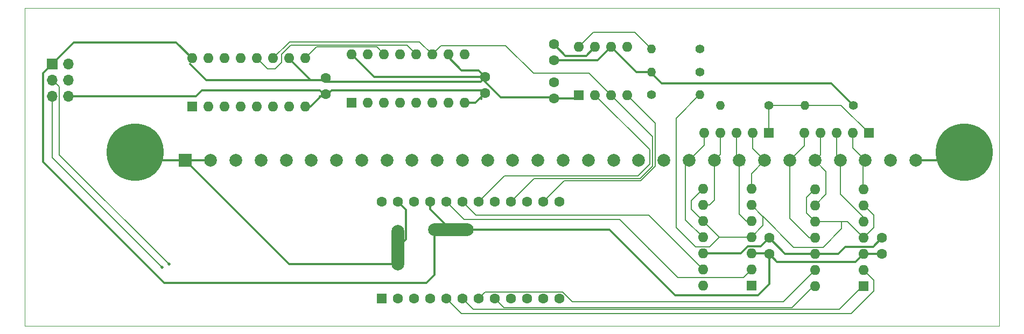
<source format=gbr>
G04 #@! TF.GenerationSoftware,KiCad,Pcbnew,(5.99.0-2620-gc6e388db1)*
G04 #@! TF.CreationDate,2020-10-01T22:16:18+03:00*
G04 #@! TF.ProjectId,TH-XWhatsIt-F,54482d58-5768-4617-9473-49742d462e6b,0.0.3*
G04 #@! TF.SameCoordinates,Original*
G04 #@! TF.FileFunction,Copper,L1,Top*
G04 #@! TF.FilePolarity,Positive*
%FSLAX46Y46*%
G04 Gerber Fmt 4.6, Leading zero omitted, Abs format (unit mm)*
G04 Created by KiCad (PCBNEW (5.99.0-2620-gc6e388db1)) date 2020-10-01 22:16:18*
%MOMM*%
%LPD*%
G01*
G04 APERTURE LIST*
G04 #@! TA.AperFunction,Profile*
%ADD10C,0.050000*%
G04 #@! TD*
G04 #@! TA.AperFunction,ComponentPad*
%ADD11R,1.600000X1.600000*%
G04 #@! TD*
G04 #@! TA.AperFunction,ComponentPad*
%ADD12O,1.600000X1.600000*%
G04 #@! TD*
G04 #@! TA.AperFunction,ComponentPad*
%ADD13C,1.600000*%
G04 #@! TD*
G04 #@! TA.AperFunction,ComponentPad*
%ADD14C,1.400000*%
G04 #@! TD*
G04 #@! TA.AperFunction,ComponentPad*
%ADD15O,1.400000X1.400000*%
G04 #@! TD*
G04 #@! TA.AperFunction,ComponentPad*
%ADD16R,1.700000X1.700000*%
G04 #@! TD*
G04 #@! TA.AperFunction,ComponentPad*
%ADD17O,1.700000X1.700000*%
G04 #@! TD*
G04 #@! TA.AperFunction,ComponentPad*
%ADD18R,2.000000X2.000000*%
G04 #@! TD*
G04 #@! TA.AperFunction,ComponentPad*
%ADD19C,2.000000*%
G04 #@! TD*
G04 #@! TA.AperFunction,ComponentPad*
%ADD20C,9.000000*%
G04 #@! TD*
G04 #@! TA.AperFunction,ViaPad*
%ADD21C,0.508000*%
G04 #@! TD*
G04 #@! TA.AperFunction,Conductor*
%ADD22C,0.152400*%
G04 #@! TD*
G04 #@! TA.AperFunction,Conductor*
%ADD23C,0.304800*%
G04 #@! TD*
G04 APERTURE END LIST*
D10*
X39166800Y-128676400D02*
X192481200Y-128676400D01*
X192481200Y-128676400D02*
X192481200Y-178714400D01*
X192481200Y-178714400D02*
X39166800Y-178714400D01*
X39166800Y-178714400D02*
X39166800Y-128676400D01*
G36*
X108813600Y-164576000D02*
G01*
X103613600Y-164576000D01*
X103613600Y-162576000D01*
X108813600Y-162576000D01*
X108813600Y-164576000D01*
G37*
G36*
X98879680Y-168983492D02*
G01*
X96879680Y-168983492D01*
X96879680Y-163783492D01*
X98879680Y-163783492D01*
X98879680Y-168983492D01*
G37*
D11*
X90605345Y-143573752D03*
D12*
X93145345Y-143573752D03*
X95685345Y-143573752D03*
X98225345Y-143573752D03*
X100765345Y-143573752D03*
X103305345Y-143573752D03*
X105845345Y-143573752D03*
X108385345Y-143573752D03*
X108385345Y-135953752D03*
X105845345Y-135953752D03*
X103305345Y-135953752D03*
X100765345Y-135953752D03*
X98225345Y-135953752D03*
X95685345Y-135953752D03*
X93145345Y-135953752D03*
X90605345Y-135953752D03*
D11*
X95342218Y-174410593D03*
D13*
X97882218Y-174410593D03*
X100422218Y-174410593D03*
X102962218Y-174410593D03*
X105502218Y-174410593D03*
X108042218Y-174410593D03*
X110582218Y-174410593D03*
X113122218Y-174410593D03*
X115662218Y-174410593D03*
X118202218Y-174410593D03*
X120742218Y-174410593D03*
X123282218Y-174410593D03*
X123282218Y-159170593D03*
X120742218Y-159170593D03*
X118202218Y-159170593D03*
X115662218Y-159170593D03*
X113122218Y-159170593D03*
X110582218Y-159170593D03*
X108042218Y-159170593D03*
X105502218Y-159170593D03*
X102962218Y-159170593D03*
X100422218Y-159170593D03*
X97882218Y-159170593D03*
X95342218Y-159170593D03*
D14*
X145389600Y-138722100D03*
D15*
X137769600Y-138722100D03*
D11*
X153466800Y-172363852D03*
D12*
X153466800Y-169823852D03*
X153466800Y-167283852D03*
X153466800Y-164743852D03*
X153466800Y-162203852D03*
X153466800Y-159663852D03*
X153466800Y-157123852D03*
X145846800Y-157123852D03*
X145846800Y-159663852D03*
X145846800Y-162203852D03*
X145846800Y-164743852D03*
X145846800Y-167283852D03*
X145846800Y-169823852D03*
X145846800Y-172363852D03*
D11*
X126342622Y-142408158D03*
D12*
X128882622Y-142408158D03*
X131422622Y-142408158D03*
X133962622Y-142408158D03*
X133962622Y-134788158D03*
X131422622Y-134788158D03*
X128882622Y-134788158D03*
X126342622Y-134788158D03*
D13*
X122425942Y-134391918D03*
X122425942Y-136891918D03*
D14*
X145389600Y-135153400D03*
D15*
X137769600Y-135153400D03*
D16*
X43547096Y-137461035D03*
D17*
X46087096Y-137461035D03*
X43547096Y-140001035D03*
X46087096Y-140001035D03*
X43547096Y-142541035D03*
X46087096Y-142541035D03*
D14*
X137769600Y-142290800D03*
D15*
X145389600Y-142290800D03*
D11*
X65545393Y-144197120D03*
D12*
X68085393Y-144197120D03*
X70625393Y-144197120D03*
X73165393Y-144197120D03*
X75705393Y-144197120D03*
X78245393Y-144197120D03*
X80785393Y-144197120D03*
X83325393Y-144197120D03*
X83325393Y-136577120D03*
X80785393Y-136577120D03*
X78245393Y-136577120D03*
X75705393Y-136577120D03*
X73165393Y-136577120D03*
X70625393Y-136577120D03*
X68085393Y-136577120D03*
X65545393Y-136577120D03*
D13*
X86496181Y-142219443D03*
X86496181Y-139719443D03*
X111620765Y-142023499D03*
X111620765Y-139523499D03*
X122390382Y-140386318D03*
X122390382Y-142886318D03*
D14*
X156210000Y-144018000D03*
D15*
X148590000Y-144018000D03*
D18*
X64469520Y-152669240D03*
D19*
X68429520Y-152669240D03*
X72389520Y-152669240D03*
X76349520Y-152669240D03*
X80309520Y-152669240D03*
X84269520Y-152669240D03*
X88229520Y-152669240D03*
X92189520Y-152669240D03*
X96149520Y-152669240D03*
X100109520Y-152669240D03*
X104069520Y-152669240D03*
X108029520Y-152669240D03*
X111989520Y-152669240D03*
X115949520Y-152669240D03*
X119909520Y-152669240D03*
X123869520Y-152669240D03*
X127829520Y-152669240D03*
X131789520Y-152669240D03*
X135749520Y-152669240D03*
X139709520Y-152669240D03*
X143669520Y-152669240D03*
X147629520Y-152669240D03*
X151589520Y-152669240D03*
X155549520Y-152669240D03*
X159509520Y-152669240D03*
X163469520Y-152669240D03*
X167429520Y-152669240D03*
X171389520Y-152669240D03*
X175349520Y-152669240D03*
X179309520Y-152669240D03*
D11*
X171958000Y-148336000D03*
D12*
X169418000Y-148336000D03*
X166878000Y-148336000D03*
X164338000Y-148336000D03*
X161798000Y-148336000D03*
D11*
X171082026Y-172448026D03*
D12*
X171082026Y-169908026D03*
X171082026Y-167368026D03*
X171082026Y-164828026D03*
X171082026Y-162288026D03*
X171082026Y-159748026D03*
X171082026Y-157208026D03*
X163462026Y-157208026D03*
X163462026Y-159748026D03*
X163462026Y-162288026D03*
X163462026Y-164828026D03*
X163462026Y-167368026D03*
X163462026Y-169908026D03*
X163462026Y-172448026D03*
D11*
X156210000Y-148285200D03*
D12*
X153670000Y-148285200D03*
X151130000Y-148285200D03*
X148590000Y-148285200D03*
X146050000Y-148285200D03*
D13*
X156267688Y-164870242D03*
X156267688Y-167370242D03*
D14*
X169468800Y-143967200D03*
D15*
X161848800Y-143967200D03*
D13*
X173990000Y-164870421D03*
X173990000Y-167370421D03*
D19*
X103613600Y-163576000D03*
X106213600Y-163576000D03*
X108813600Y-163576000D03*
D20*
X186944000Y-151384000D03*
X56591200Y-151333200D03*
D19*
X97879680Y-163783492D03*
X97879680Y-166383492D03*
X97879680Y-168983492D03*
D21*
X60807600Y-169468800D03*
X61874400Y-169011600D03*
D22*
X128644380Y-132486400D02*
X135171064Y-132486400D01*
X126342622Y-134788158D02*
X128644380Y-132486400D01*
X135171064Y-132486400D02*
X137853822Y-135169158D01*
X137464800Y-153238934D02*
X135611334Y-155092400D01*
X128882622Y-142408158D02*
X137464800Y-150990336D01*
X114660411Y-155092400D02*
X110582218Y-159170593D01*
X137464800Y-150990336D02*
X137464800Y-153238934D01*
X135611334Y-155092400D02*
X114660411Y-155092400D01*
D23*
X102962218Y-160324618D02*
X102962218Y-159170593D01*
X106213600Y-163576000D02*
X102962218Y-160324618D01*
D22*
X167640000Y-162306000D02*
X168560000Y-162306000D01*
X167640000Y-163423600D02*
X167640000Y-162306000D01*
X144018000Y-158952652D02*
X144018000Y-160375052D01*
X163400000Y-157200000D02*
X162100000Y-158500000D01*
X162100000Y-158500000D02*
X162100000Y-160926000D01*
X163474400Y-162306000D02*
X167640000Y-162306000D01*
X153466800Y-164743852D02*
X148387348Y-164743852D01*
X146875949Y-166255251D02*
X148387348Y-164743852D01*
X172700000Y-161300000D02*
X171100000Y-159700000D01*
X155295600Y-162763200D02*
X155295600Y-162915052D01*
X148387348Y-164743852D02*
X148386800Y-164743852D01*
X171082026Y-164828026D02*
X172700000Y-163210052D01*
X155244800Y-161442400D02*
X160121600Y-166319200D01*
X168560000Y-162306000D02*
X171082026Y-164828026D01*
X155295600Y-161492652D02*
X155295600Y-162763200D01*
X160121600Y-166319200D02*
X164744400Y-166319200D01*
X144665251Y-166255251D02*
X146875949Y-166255251D01*
X153466800Y-159663852D02*
X155295600Y-161492652D01*
X162100000Y-160926000D02*
X163462026Y-162288026D01*
X141630400Y-145999200D02*
X141630400Y-163220400D01*
X148386800Y-164743852D02*
X145846800Y-162203852D01*
X155295600Y-162915052D02*
X153466800Y-164743852D01*
X144018000Y-160375052D02*
X145846800Y-162203852D01*
X145364200Y-142265400D02*
X141630400Y-145999200D01*
X172700000Y-163210052D02*
X172700000Y-161300000D01*
X141630400Y-163220400D02*
X144665251Y-166255251D01*
X145846800Y-157123852D02*
X144018000Y-158952652D01*
X164744400Y-166319200D02*
X167640000Y-163423600D01*
X85102513Y-134800000D02*
X83325393Y-136577120D01*
X94531593Y-134800000D02*
X85102513Y-134800000D01*
X95685345Y-135953752D02*
X94531593Y-134800000D01*
X143103600Y-153235160D02*
X143669520Y-152669240D01*
X145846800Y-164743852D02*
X143103600Y-162000652D01*
X143103600Y-162000652D02*
X143103600Y-153235160D01*
X146050000Y-148285200D02*
X146050000Y-150288760D01*
X146050000Y-150288760D02*
X143669520Y-152669240D01*
X152653452Y-162203852D02*
X151536400Y-161086800D01*
X153466800Y-162203852D02*
X152653452Y-162203852D01*
X151589520Y-152669240D02*
X152336599Y-153416319D01*
X151130000Y-152209720D02*
X151589520Y-152669240D01*
X151130000Y-148285200D02*
X151130000Y-152209720D01*
X151536400Y-161086800D02*
X151536400Y-152722360D01*
X151536400Y-152722360D02*
X151589520Y-152669240D01*
X146863348Y-159663852D02*
X147629520Y-158897680D01*
X148590000Y-151708760D02*
X147629520Y-152669240D01*
X148590000Y-148285200D02*
X148590000Y-151708760D01*
X145846800Y-159663852D02*
X146863348Y-159663852D01*
X147629520Y-158897680D02*
X147629520Y-152669240D01*
X147523200Y-152775560D02*
X147629520Y-152669240D01*
X153466800Y-157123852D02*
X153466800Y-154751960D01*
X153466800Y-154751960D02*
X155549520Y-152669240D01*
X153670000Y-150789720D02*
X155549520Y-152669240D01*
X153670000Y-148285200D02*
X153670000Y-150789720D01*
X159509520Y-161795520D02*
X159509520Y-152669240D01*
X161798000Y-148336000D02*
X161798000Y-150380760D01*
X163462026Y-164828026D02*
X162542026Y-164828026D01*
X161798000Y-150380760D02*
X159509520Y-152669240D01*
X162542026Y-164828026D02*
X159509520Y-161795520D01*
X164338000Y-148336000D02*
X164338000Y-151800760D01*
X164338000Y-151800760D02*
X163469520Y-152669240D01*
X165201600Y-154401320D02*
X163469520Y-152669240D01*
X165201600Y-158008452D02*
X165201600Y-154401320D01*
X163462026Y-159748026D02*
X165201600Y-158008452D01*
X166878000Y-152117720D02*
X167429520Y-152669240D01*
X171082026Y-161633226D02*
X167429520Y-157980720D01*
X167858440Y-152669240D02*
X167429520Y-152669240D01*
X171082026Y-162288026D02*
X171082026Y-161633226D01*
X166878000Y-148336000D02*
X166878000Y-152117720D01*
X167429520Y-157980720D02*
X167429520Y-152669240D01*
X171082026Y-157208026D02*
X171043600Y-157169600D01*
X169418000Y-148336000D02*
X169418000Y-150697720D01*
X171043600Y-157169600D02*
X171043600Y-153015160D01*
X169418000Y-150697720D02*
X171389520Y-152669240D01*
X171043600Y-153015160D02*
X171389520Y-152669240D01*
X110171625Y-161300000D02*
X108042218Y-159170593D01*
X137322948Y-161300000D02*
X110171625Y-161300000D01*
X145846800Y-169823852D02*
X137322948Y-161300000D01*
X132790000Y-162000000D02*
X108331625Y-162000000D01*
X137363200Y-166573200D02*
X137261600Y-166471600D01*
X141884400Y-171094400D02*
X137261600Y-166471600D01*
X108331625Y-162000000D02*
X105502218Y-159170593D01*
X153466800Y-169823852D02*
X152196252Y-171094400D01*
X137261600Y-166471600D02*
X132790000Y-162000000D01*
X152196252Y-171094400D02*
X141884400Y-171094400D01*
X123775947Y-173381992D02*
X125298355Y-174904400D01*
X110582218Y-174410593D02*
X111610819Y-173381992D01*
X125298355Y-174904400D02*
X158470000Y-174904400D01*
X158470000Y-174904400D02*
X163474400Y-169900000D01*
X111610819Y-173381992D02*
X123775947Y-173381992D01*
X163400000Y-172300000D02*
X159881200Y-175818800D01*
X114530425Y-175818800D02*
X113122218Y-174410593D01*
X159881200Y-175818800D02*
X114530425Y-175818800D01*
X107875625Y-176784000D02*
X105502218Y-174410593D01*
X169164000Y-176784000D02*
X107875625Y-176784000D01*
X172720000Y-171546000D02*
X172720000Y-173228000D01*
X171082026Y-169908026D02*
X172720000Y-171546000D01*
X172720000Y-173228000D02*
X169164000Y-176784000D01*
X167276389Y-176123611D02*
X109755236Y-176123611D01*
X171100000Y-172300000D02*
X167276389Y-176123611D01*
X109755236Y-176123611D02*
X108042218Y-174410593D01*
X138328409Y-146773945D02*
X133962622Y-142408158D01*
X138328409Y-153593058D02*
X138328409Y-146773945D01*
X124058400Y-155854411D02*
X136067056Y-155854411D01*
X136067056Y-155854411D02*
X138328409Y-153593058D01*
X120742218Y-159170593D02*
X124058400Y-155854411D01*
X79552800Y-135991600D02*
X81049211Y-134495189D01*
X77355073Y-138226800D02*
X78587600Y-138226800D01*
X75705393Y-136577120D02*
X77355073Y-138226800D01*
X78587600Y-138226800D02*
X79552800Y-137261600D01*
X81049211Y-134495189D02*
X99306782Y-134495189D01*
X99306782Y-134495189D02*
X100765345Y-135953752D01*
X79552800Y-137261600D02*
X79552800Y-135991600D01*
X43547096Y-152208296D02*
X43547096Y-142541035D01*
X60807600Y-169468800D02*
X43547096Y-152208296D01*
X44625697Y-151762897D02*
X44625697Y-141079636D01*
X61874400Y-169011600D02*
X44625697Y-151762897D01*
X44625697Y-141079636D02*
X43547096Y-140001035D01*
D23*
X85577680Y-142549880D02*
X86537800Y-142549880D01*
X55505789Y-142549880D02*
X55885080Y-142549880D01*
X86537800Y-142549880D02*
X85618320Y-141630400D01*
X111227666Y-141630400D02*
X87457280Y-141630400D01*
X84138720Y-144197120D02*
X86116397Y-142219443D01*
X110974532Y-143027400D02*
X110974532Y-142669732D01*
X86116397Y-142219443D02*
X86496181Y-142219443D01*
X111620765Y-142023499D02*
X111227666Y-141630400D01*
X111620765Y-142023499D02*
X110070512Y-143573752D01*
X110974532Y-142669732D02*
X111620765Y-142023499D01*
X46087096Y-142541035D02*
X55557513Y-142541035D01*
X55557513Y-142541035D02*
X55566358Y-142549880D01*
X66136520Y-142549880D02*
X65465960Y-142549880D01*
X110070512Y-143573752D02*
X108385345Y-143573752D01*
X83325393Y-144197120D02*
X84138720Y-144197120D01*
X55566358Y-142549880D02*
X55885080Y-142549880D01*
X67056000Y-141630400D02*
X66136520Y-142549880D01*
X87457280Y-141630400D02*
X86537800Y-142549880D01*
X85618320Y-141630400D02*
X67056000Y-141630400D01*
X55885080Y-142549880D02*
X66136520Y-142549880D01*
X127475980Y-136194800D02*
X124228824Y-136194800D01*
X163462026Y-167368026D02*
X158765472Y-167368026D01*
X64469520Y-152669240D02*
X56880760Y-152669240D01*
X128882622Y-134788158D02*
X127475980Y-136194800D01*
X163462026Y-167368026D02*
X163462026Y-167216778D01*
X80783772Y-168983492D02*
X64469520Y-152669240D01*
X185658760Y-152669240D02*
X186944000Y-151384000D01*
X97879680Y-168983492D02*
X80783772Y-168983492D01*
X145846800Y-167283852D02*
X151831694Y-167283852D01*
X56880760Y-152669240D02*
X56642000Y-152908000D01*
X68429520Y-152669240D02*
X64469520Y-152669240D01*
X172597196Y-166263225D02*
X168203975Y-166263225D01*
X179309520Y-152669240D02*
X185658760Y-152669240D01*
X173990000Y-164870421D02*
X172597196Y-166263225D01*
X158765472Y-167368026D02*
X156267688Y-164870242D01*
X154958879Y-166179051D02*
X156267688Y-164870242D01*
X167099174Y-167368026D02*
X163462026Y-167368026D01*
X151831694Y-167283852D02*
X152936495Y-166179051D01*
X152936495Y-166179051D02*
X154958879Y-166179051D01*
X168203975Y-166263225D02*
X167099174Y-167368026D01*
X124228824Y-136194800D02*
X122425942Y-134391918D01*
X97879680Y-166383492D02*
X99184481Y-165078691D01*
X99184481Y-165078691D02*
X99184481Y-160472856D01*
X99184481Y-160472856D02*
X97882218Y-159170593D01*
D22*
X137922000Y-148907536D02*
X131422622Y-142408158D01*
X137922000Y-153568400D02*
X137922000Y-148907536D01*
X114838800Y-134600000D02*
X119176800Y-138938000D01*
X103305345Y-135994655D02*
X103300000Y-136000000D01*
X119176800Y-138938000D02*
X127952464Y-138938000D01*
X80822513Y-134000000D02*
X78245393Y-136577120D01*
X127952464Y-138938000D02*
X131422622Y-142408158D01*
X101300000Y-134000000D02*
X80822513Y-134000000D01*
X104659097Y-134600000D02*
X114838800Y-134600000D01*
X103300000Y-136000000D02*
X101300000Y-134000000D01*
X103305345Y-135953752D02*
X104659097Y-134600000D01*
X115662218Y-159170593D02*
X119283211Y-155549600D01*
X119283211Y-155549600D02*
X135940800Y-155549600D01*
X135940800Y-155549600D02*
X137922000Y-153568400D01*
X103305345Y-135953752D02*
X103305345Y-135994655D01*
X167589200Y-143967200D02*
X161848800Y-143967200D01*
X161848800Y-143967200D02*
X156260800Y-143967200D01*
X171958000Y-148336000D02*
X167589200Y-143967200D01*
X156260800Y-143967200D02*
X156210000Y-144018000D01*
X156210000Y-148285200D02*
X156210000Y-144018000D01*
D23*
X61163200Y-171907200D02*
X42113200Y-152857200D01*
X102362000Y-171907200D02*
X61163200Y-171907200D01*
X42113200Y-152857200D02*
X42113200Y-138894931D01*
X42113200Y-138894931D02*
X43547096Y-137461035D01*
X105845345Y-136430636D02*
X105845345Y-135953752D01*
X103613600Y-163576000D02*
X103613600Y-170655600D01*
X111620765Y-140262126D02*
X114055839Y-142697200D01*
X86537800Y-140049880D02*
X67746240Y-140049880D01*
X114055839Y-142697200D02*
X122201264Y-142697200D01*
X110578066Y-138480800D02*
X107895509Y-138480800D01*
X107895509Y-138480800D02*
X105845345Y-136430636D01*
X86537800Y-140049880D02*
X84169880Y-140049880D01*
X86746720Y-140258800D02*
X110885464Y-140258800D01*
X111620765Y-139523499D02*
X110578066Y-138480800D01*
X46946931Y-134061200D02*
X63029473Y-134061200D01*
X111620765Y-139523499D02*
X111620765Y-140262126D01*
X125864462Y-142886318D02*
X126342622Y-142408158D01*
X94128844Y-139523499D02*
X90605345Y-136000000D01*
X111620765Y-139523499D02*
X94128844Y-139523499D01*
X84169880Y-140049880D02*
X80772000Y-136652000D01*
X103613600Y-170655600D02*
X102362000Y-171907200D01*
X90605345Y-136000000D02*
X90605345Y-135953752D01*
X122201264Y-142697200D02*
X122390382Y-142886318D01*
X43547096Y-137461035D02*
X46946931Y-134061200D01*
X122390382Y-142886318D02*
X125864462Y-142886318D01*
X63029473Y-134061200D02*
X65545393Y-136577120D01*
X110885464Y-140258800D02*
X111620765Y-139523499D01*
X67746240Y-140049880D02*
X65211960Y-137515600D01*
X86537800Y-140049880D02*
X86746720Y-140258800D01*
X157502646Y-168605200D02*
X156267688Y-167370242D01*
X156267688Y-167370242D02*
X156267688Y-172132312D01*
X153466800Y-167283852D02*
X153466800Y-167335200D01*
X139344400Y-140512800D02*
X166014400Y-140512800D01*
X156267688Y-172132312D02*
X154500000Y-173900000D01*
X122425942Y-136891918D02*
X129318862Y-136891918D01*
X173990000Y-167370421D02*
X173987605Y-167368026D01*
X131422622Y-134788158D02*
X135353386Y-138718922D01*
X129318862Y-136891918D02*
X131422622Y-134788158D01*
X166014400Y-140512800D02*
X169468800Y-143967200D01*
X171082026Y-167368026D02*
X169844852Y-168605200D01*
X156267688Y-167370242D02*
X156181298Y-167283852D01*
X135353386Y-138718922D02*
X137655539Y-138718922D01*
X141450062Y-173900000D02*
X131126062Y-163576000D01*
X156181298Y-167283852D02*
X153466800Y-167283852D01*
X137566400Y-138734800D02*
X139344400Y-140512800D01*
X173987605Y-167368026D02*
X171082026Y-167368026D01*
X131126062Y-163576000D02*
X108813600Y-163576000D01*
X154500000Y-173900000D02*
X141450062Y-173900000D01*
X169844852Y-168605200D02*
X157502646Y-168605200D01*
M02*

</source>
